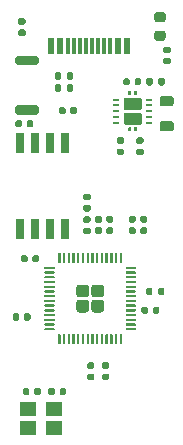
<source format=gtp>
G04 #@! TF.GenerationSoftware,KiCad,Pcbnew,(5.1.10)-1*
G04 #@! TF.CreationDate,2021-06-30T21:37:18+01:00*
G04 #@! TF.ProjectId,EnvOpenPico,456e764f-7065-46e5-9069-636f2e6b6963,REV1*
G04 #@! TF.SameCoordinates,Original*
G04 #@! TF.FileFunction,Paste,Top*
G04 #@! TF.FilePolarity,Positive*
%FSLAX46Y46*%
G04 Gerber Fmt 4.6, Leading zero omitted, Abs format (unit mm)*
G04 Created by KiCad (PCBNEW (5.1.10)-1) date 2021-06-30 21:37:18*
%MOMM*%
%LPD*%
G01*
G04 APERTURE LIST*
%ADD10R,0.650000X1.700000*%
%ADD11R,0.600000X0.240000*%
%ADD12R,0.600000X1.450000*%
%ADD13R,0.300000X1.450000*%
%ADD14R,1.400000X1.150000*%
G04 APERTURE END LIST*
G36*
G01*
X99140000Y-70455000D02*
X97540000Y-70455000D01*
G75*
G02*
X97340000Y-70255000I0J200000D01*
G01*
X97340000Y-69855000D01*
G75*
G02*
X97540000Y-69655000I200000J0D01*
G01*
X99140000Y-69655000D01*
G75*
G02*
X99340000Y-69855000I0J-200000D01*
G01*
X99340000Y-70255000D01*
G75*
G02*
X99140000Y-70455000I-200000J0D01*
G01*
G37*
G36*
G01*
X99140000Y-66255000D02*
X97540000Y-66255000D01*
G75*
G02*
X97340000Y-66055000I0J200000D01*
G01*
X97340000Y-65655000D01*
G75*
G02*
X97540000Y-65455000I200000J0D01*
G01*
X99140000Y-65455000D01*
G75*
G02*
X99340000Y-65655000I0J-200000D01*
G01*
X99340000Y-66055000D01*
G75*
G02*
X99140000Y-66255000I-200000J0D01*
G01*
G37*
G36*
G01*
X102010000Y-70285000D02*
X102010000Y-69945000D01*
G75*
G02*
X102150000Y-69805000I140000J0D01*
G01*
X102430000Y-69805000D01*
G75*
G02*
X102570000Y-69945000I0J-140000D01*
G01*
X102570000Y-70285000D01*
G75*
G02*
X102430000Y-70425000I-140000J0D01*
G01*
X102150000Y-70425000D01*
G75*
G02*
X102010000Y-70285000I0J140000D01*
G01*
G37*
G36*
G01*
X101050000Y-70285000D02*
X101050000Y-69945000D01*
G75*
G02*
X101190000Y-69805000I140000J0D01*
G01*
X101470000Y-69805000D01*
G75*
G02*
X101610000Y-69945000I0J-140000D01*
G01*
X101610000Y-70285000D01*
G75*
G02*
X101470000Y-70425000I-140000J0D01*
G01*
X101190000Y-70425000D01*
G75*
G02*
X101050000Y-70285000I0J140000D01*
G01*
G37*
D10*
X97745000Y-72825000D03*
X99015000Y-72825000D03*
X100285000Y-72825000D03*
X101555000Y-72825000D03*
X101555000Y-80125000D03*
X100285000Y-80125000D03*
X99015000Y-80125000D03*
X97745000Y-80125000D03*
G36*
G01*
X109465000Y-67860000D02*
X109465000Y-67490000D01*
G75*
G02*
X109600000Y-67355000I135000J0D01*
G01*
X109870000Y-67355000D01*
G75*
G02*
X110005000Y-67490000I0J-135000D01*
G01*
X110005000Y-67860000D01*
G75*
G02*
X109870000Y-67995000I-135000J0D01*
G01*
X109600000Y-67995000D01*
G75*
G02*
X109465000Y-67860000I0J135000D01*
G01*
G37*
G36*
G01*
X108445000Y-67860000D02*
X108445000Y-67490000D01*
G75*
G02*
X108580000Y-67355000I135000J0D01*
G01*
X108850000Y-67355000D01*
G75*
G02*
X108985000Y-67490000I0J-135000D01*
G01*
X108985000Y-67860000D01*
G75*
G02*
X108850000Y-67995000I-135000J0D01*
G01*
X108580000Y-67995000D01*
G75*
G02*
X108445000Y-67860000I0J135000D01*
G01*
G37*
G36*
G01*
X109793750Y-71000000D02*
X110556250Y-71000000D01*
G75*
G02*
X110775000Y-71218750I0J-218750D01*
G01*
X110775000Y-71656250D01*
G75*
G02*
X110556250Y-71875000I-218750J0D01*
G01*
X109793750Y-71875000D01*
G75*
G02*
X109575000Y-71656250I0J218750D01*
G01*
X109575000Y-71218750D01*
G75*
G02*
X109793750Y-71000000I218750J0D01*
G01*
G37*
G36*
G01*
X109793750Y-68875000D02*
X110556250Y-68875000D01*
G75*
G02*
X110775000Y-69093750I0J-218750D01*
G01*
X110775000Y-69531250D01*
G75*
G02*
X110556250Y-69750000I-218750J0D01*
G01*
X109793750Y-69750000D01*
G75*
G02*
X109575000Y-69531250I0J218750D01*
G01*
X109575000Y-69093750D01*
G75*
G02*
X109793750Y-68875000I218750J0D01*
G01*
G37*
G36*
G01*
X107730000Y-73325000D02*
X108070000Y-73325000D01*
G75*
G02*
X108210000Y-73465000I0J-140000D01*
G01*
X108210000Y-73745000D01*
G75*
G02*
X108070000Y-73885000I-140000J0D01*
G01*
X107730000Y-73885000D01*
G75*
G02*
X107590000Y-73745000I0J140000D01*
G01*
X107590000Y-73465000D01*
G75*
G02*
X107730000Y-73325000I140000J0D01*
G01*
G37*
G36*
G01*
X107730000Y-72365000D02*
X108070000Y-72365000D01*
G75*
G02*
X108210000Y-72505000I0J-140000D01*
G01*
X108210000Y-72785000D01*
G75*
G02*
X108070000Y-72925000I-140000J0D01*
G01*
X107730000Y-72925000D01*
G75*
G02*
X107590000Y-72785000I0J140000D01*
G01*
X107590000Y-72505000D01*
G75*
G02*
X107730000Y-72365000I140000J0D01*
G01*
G37*
D11*
X105900000Y-71175000D03*
X105900000Y-70675000D03*
X105900000Y-70175000D03*
X105900000Y-69675000D03*
X105900000Y-69175000D03*
X108700000Y-69175000D03*
X108700000Y-69675000D03*
X108700000Y-70175000D03*
X108700000Y-70675000D03*
X108700000Y-71175000D03*
G36*
G01*
X107175000Y-68500000D02*
X107175000Y-68790000D01*
G75*
G02*
X107150000Y-68815000I-25000J0D01*
G01*
X106950000Y-68815000D01*
G75*
G02*
X106925000Y-68790000I0J25000D01*
G01*
X106925000Y-68500000D01*
G75*
G02*
X106950000Y-68475000I25000J0D01*
G01*
X107150000Y-68475000D01*
G75*
G02*
X107175000Y-68500000I0J-25000D01*
G01*
G37*
G36*
G01*
X107675000Y-68500000D02*
X107675000Y-68790000D01*
G75*
G02*
X107650000Y-68815000I-25000J0D01*
G01*
X107450000Y-68815000D01*
G75*
G02*
X107425000Y-68790000I0J25000D01*
G01*
X107425000Y-68500000D01*
G75*
G02*
X107450000Y-68475000I25000J0D01*
G01*
X107650000Y-68475000D01*
G75*
G02*
X107675000Y-68500000I0J-25000D01*
G01*
G37*
G36*
G01*
X107175000Y-71560000D02*
X107175000Y-71850000D01*
G75*
G02*
X107150000Y-71875000I-25000J0D01*
G01*
X106950000Y-71875000D01*
G75*
G02*
X106925000Y-71850000I0J25000D01*
G01*
X106925000Y-71560000D01*
G75*
G02*
X106950000Y-71535000I25000J0D01*
G01*
X107150000Y-71535000D01*
G75*
G02*
X107175000Y-71560000I0J-25000D01*
G01*
G37*
G36*
G01*
X107675000Y-71560000D02*
X107675000Y-71850000D01*
G75*
G02*
X107650000Y-71875000I-25000J0D01*
G01*
X107450000Y-71875000D01*
G75*
G02*
X107425000Y-71850000I0J25000D01*
G01*
X107425000Y-71560000D01*
G75*
G02*
X107450000Y-71535000I25000J0D01*
G01*
X107650000Y-71535000D01*
G75*
G02*
X107675000Y-71560000I0J-25000D01*
G01*
G37*
G36*
G01*
X108050000Y-70381000D02*
X108050000Y-71229000D01*
G75*
G02*
X107944000Y-71335000I-106000J0D01*
G01*
X106656000Y-71335000D01*
G75*
G02*
X106550000Y-71229000I0J106000D01*
G01*
X106550000Y-70381000D01*
G75*
G02*
X106656000Y-70275000I106000J0D01*
G01*
X107944000Y-70275000D01*
G75*
G02*
X108050000Y-70381000I0J-106000D01*
G01*
G37*
G36*
G01*
X108050000Y-69121000D02*
X108050000Y-69969000D01*
G75*
G02*
X107944000Y-70075000I-106000J0D01*
G01*
X106656000Y-70075000D01*
G75*
G02*
X106550000Y-69969000I0J106000D01*
G01*
X106550000Y-69121000D01*
G75*
G02*
X106656000Y-69015000I106000J0D01*
G01*
X107944000Y-69015000D01*
G75*
G02*
X108050000Y-69121000I0J-106000D01*
G01*
G37*
G36*
G01*
X107050000Y-67505000D02*
X107050000Y-67845000D01*
G75*
G02*
X106910000Y-67985000I-140000J0D01*
G01*
X106630000Y-67985000D01*
G75*
G02*
X106490000Y-67845000I0J140000D01*
G01*
X106490000Y-67505000D01*
G75*
G02*
X106630000Y-67365000I140000J0D01*
G01*
X106910000Y-67365000D01*
G75*
G02*
X107050000Y-67505000I0J-140000D01*
G01*
G37*
G36*
G01*
X108010000Y-67505000D02*
X108010000Y-67845000D01*
G75*
G02*
X107870000Y-67985000I-140000J0D01*
G01*
X107590000Y-67985000D01*
G75*
G02*
X107450000Y-67845000I0J140000D01*
G01*
X107450000Y-67505000D01*
G75*
G02*
X107590000Y-67365000I140000J0D01*
G01*
X107870000Y-67365000D01*
G75*
G02*
X108010000Y-67505000I0J-140000D01*
G01*
G37*
G36*
G01*
X106080000Y-73325000D02*
X106420000Y-73325000D01*
G75*
G02*
X106560000Y-73465000I0J-140000D01*
G01*
X106560000Y-73745000D01*
G75*
G02*
X106420000Y-73885000I-140000J0D01*
G01*
X106080000Y-73885000D01*
G75*
G02*
X105940000Y-73745000I0J140000D01*
G01*
X105940000Y-73465000D01*
G75*
G02*
X106080000Y-73325000I140000J0D01*
G01*
G37*
G36*
G01*
X106080000Y-72365000D02*
X106420000Y-72365000D01*
G75*
G02*
X106560000Y-72505000I0J-140000D01*
G01*
X106560000Y-72785000D01*
G75*
G02*
X106420000Y-72925000I-140000J0D01*
G01*
X106080000Y-72925000D01*
G75*
G02*
X105940000Y-72785000I0J140000D01*
G01*
X105940000Y-72505000D01*
G75*
G02*
X106080000Y-72365000I140000J0D01*
G01*
G37*
G36*
G01*
X105180000Y-80000000D02*
X105520000Y-80000000D01*
G75*
G02*
X105660000Y-80140000I0J-140000D01*
G01*
X105660000Y-80420000D01*
G75*
G02*
X105520000Y-80560000I-140000J0D01*
G01*
X105180000Y-80560000D01*
G75*
G02*
X105040000Y-80420000I0J140000D01*
G01*
X105040000Y-80140000D01*
G75*
G02*
X105180000Y-80000000I140000J0D01*
G01*
G37*
G36*
G01*
X105180000Y-79040000D02*
X105520000Y-79040000D01*
G75*
G02*
X105660000Y-79180000I0J-140000D01*
G01*
X105660000Y-79460000D01*
G75*
G02*
X105520000Y-79600000I-140000J0D01*
G01*
X105180000Y-79600000D01*
G75*
G02*
X105040000Y-79460000I0J140000D01*
G01*
X105040000Y-79180000D01*
G75*
G02*
X105180000Y-79040000I140000J0D01*
G01*
G37*
G36*
G01*
X103595000Y-80585000D02*
X103255000Y-80585000D01*
G75*
G02*
X103115000Y-80445000I0J140000D01*
G01*
X103115000Y-80165000D01*
G75*
G02*
X103255000Y-80025000I140000J0D01*
G01*
X103595000Y-80025000D01*
G75*
G02*
X103735000Y-80165000I0J-140000D01*
G01*
X103735000Y-80445000D01*
G75*
G02*
X103595000Y-80585000I-140000J0D01*
G01*
G37*
G36*
G01*
X103595000Y-79625000D02*
X103255000Y-79625000D01*
G75*
G02*
X103115000Y-79485000I0J140000D01*
G01*
X103115000Y-79205000D01*
G75*
G02*
X103255000Y-79065000I140000J0D01*
G01*
X103595000Y-79065000D01*
G75*
G02*
X103735000Y-79205000I0J-140000D01*
G01*
X103735000Y-79485000D01*
G75*
G02*
X103595000Y-79625000I-140000J0D01*
G01*
G37*
G36*
G01*
X103255000Y-78095000D02*
X103595000Y-78095000D01*
G75*
G02*
X103735000Y-78235000I0J-140000D01*
G01*
X103735000Y-78515000D01*
G75*
G02*
X103595000Y-78655000I-140000J0D01*
G01*
X103255000Y-78655000D01*
G75*
G02*
X103115000Y-78515000I0J140000D01*
G01*
X103115000Y-78235000D01*
G75*
G02*
X103255000Y-78095000I140000J0D01*
G01*
G37*
G36*
G01*
X103255000Y-77135000D02*
X103595000Y-77135000D01*
G75*
G02*
X103735000Y-77275000I0J-140000D01*
G01*
X103735000Y-77555000D01*
G75*
G02*
X103595000Y-77695000I-140000J0D01*
G01*
X103255000Y-77695000D01*
G75*
G02*
X103115000Y-77555000I0J140000D01*
G01*
X103115000Y-77275000D01*
G75*
G02*
X103255000Y-77135000I140000J0D01*
G01*
G37*
G36*
G01*
X107420000Y-79595000D02*
X107080000Y-79595000D01*
G75*
G02*
X106940000Y-79455000I0J140000D01*
G01*
X106940000Y-79175000D01*
G75*
G02*
X107080000Y-79035000I140000J0D01*
G01*
X107420000Y-79035000D01*
G75*
G02*
X107560000Y-79175000I0J-140000D01*
G01*
X107560000Y-79455000D01*
G75*
G02*
X107420000Y-79595000I-140000J0D01*
G01*
G37*
G36*
G01*
X107420000Y-80555000D02*
X107080000Y-80555000D01*
G75*
G02*
X106940000Y-80415000I0J140000D01*
G01*
X106940000Y-80135000D01*
G75*
G02*
X107080000Y-79995000I140000J0D01*
G01*
X107420000Y-79995000D01*
G75*
G02*
X107560000Y-80135000I0J-140000D01*
G01*
X107560000Y-80415000D01*
G75*
G02*
X107420000Y-80555000I-140000J0D01*
G01*
G37*
G36*
G01*
X109856250Y-62635000D02*
X109343750Y-62635000D01*
G75*
G02*
X109125000Y-62416250I0J218750D01*
G01*
X109125000Y-61978750D01*
G75*
G02*
X109343750Y-61760000I218750J0D01*
G01*
X109856250Y-61760000D01*
G75*
G02*
X110075000Y-61978750I0J-218750D01*
G01*
X110075000Y-62416250D01*
G75*
G02*
X109856250Y-62635000I-218750J0D01*
G01*
G37*
G36*
G01*
X109856250Y-64210000D02*
X109343750Y-64210000D01*
G75*
G02*
X109125000Y-63991250I0J218750D01*
G01*
X109125000Y-63553750D01*
G75*
G02*
X109343750Y-63335000I218750J0D01*
G01*
X109856250Y-63335000D01*
G75*
G02*
X110075000Y-63553750I0J-218750D01*
G01*
X110075000Y-63991250D01*
G75*
G02*
X109856250Y-64210000I-218750J0D01*
G01*
G37*
D12*
X100375000Y-64620000D03*
X106825000Y-64620000D03*
X101150000Y-64620000D03*
X106050000Y-64620000D03*
D13*
X105350000Y-64620000D03*
X101850000Y-64620000D03*
X104850000Y-64620000D03*
X102350000Y-64620000D03*
X104350000Y-64620000D03*
X102850000Y-64620000D03*
X103350000Y-64620000D03*
X103850000Y-64620000D03*
G36*
G01*
X101720000Y-68390000D02*
X101720000Y-68020000D01*
G75*
G02*
X101855000Y-67885000I135000J0D01*
G01*
X102125000Y-67885000D01*
G75*
G02*
X102260000Y-68020000I0J-135000D01*
G01*
X102260000Y-68390000D01*
G75*
G02*
X102125000Y-68525000I-135000J0D01*
G01*
X101855000Y-68525000D01*
G75*
G02*
X101720000Y-68390000I0J135000D01*
G01*
G37*
G36*
G01*
X100700000Y-68390000D02*
X100700000Y-68020000D01*
G75*
G02*
X100835000Y-67885000I135000J0D01*
G01*
X101105000Y-67885000D01*
G75*
G02*
X101240000Y-68020000I0J-135000D01*
G01*
X101240000Y-68390000D01*
G75*
G02*
X101105000Y-68525000I-135000J0D01*
G01*
X100835000Y-68525000D01*
G75*
G02*
X100700000Y-68390000I0J135000D01*
G01*
G37*
G36*
G01*
X101720000Y-67350000D02*
X101720000Y-66980000D01*
G75*
G02*
X101855000Y-66845000I135000J0D01*
G01*
X102125000Y-66845000D01*
G75*
G02*
X102260000Y-66980000I0J-135000D01*
G01*
X102260000Y-67350000D01*
G75*
G02*
X102125000Y-67485000I-135000J0D01*
G01*
X101855000Y-67485000D01*
G75*
G02*
X101720000Y-67350000I0J135000D01*
G01*
G37*
G36*
G01*
X100700000Y-67350000D02*
X100700000Y-66980000D01*
G75*
G02*
X100835000Y-66845000I135000J0D01*
G01*
X101105000Y-66845000D01*
G75*
G02*
X101240000Y-66980000I0J-135000D01*
G01*
X101240000Y-67350000D01*
G75*
G02*
X101105000Y-67485000I-135000J0D01*
G01*
X100835000Y-67485000D01*
G75*
G02*
X100700000Y-67350000I0J135000D01*
G01*
G37*
D14*
X98425000Y-95350000D03*
X100625000Y-95350000D03*
X100625000Y-96950000D03*
X98425000Y-96950000D03*
G36*
G01*
X97690000Y-87415000D02*
X97690000Y-87755000D01*
G75*
G02*
X97550000Y-87895000I-140000J0D01*
G01*
X97270000Y-87895000D01*
G75*
G02*
X97130000Y-87755000I0J140000D01*
G01*
X97130000Y-87415000D01*
G75*
G02*
X97270000Y-87275000I140000J0D01*
G01*
X97550000Y-87275000D01*
G75*
G02*
X97690000Y-87415000I0J-140000D01*
G01*
G37*
G36*
G01*
X98650000Y-87415000D02*
X98650000Y-87755000D01*
G75*
G02*
X98510000Y-87895000I-140000J0D01*
G01*
X98230000Y-87895000D01*
G75*
G02*
X98090000Y-87755000I0J140000D01*
G01*
X98090000Y-87415000D01*
G75*
G02*
X98230000Y-87275000I140000J0D01*
G01*
X98510000Y-87275000D01*
G75*
G02*
X98650000Y-87415000I0J-140000D01*
G01*
G37*
G36*
G01*
X98950000Y-94070000D02*
X98950000Y-93730000D01*
G75*
G02*
X99090000Y-93590000I140000J0D01*
G01*
X99370000Y-93590000D01*
G75*
G02*
X99510000Y-93730000I0J-140000D01*
G01*
X99510000Y-94070000D01*
G75*
G02*
X99370000Y-94210000I-140000J0D01*
G01*
X99090000Y-94210000D01*
G75*
G02*
X98950000Y-94070000I0J140000D01*
G01*
G37*
G36*
G01*
X97990000Y-94070000D02*
X97990000Y-93730000D01*
G75*
G02*
X98130000Y-93590000I140000J0D01*
G01*
X98410000Y-93590000D01*
G75*
G02*
X98550000Y-93730000I0J-140000D01*
G01*
X98550000Y-94070000D01*
G75*
G02*
X98410000Y-94210000I-140000J0D01*
G01*
X98130000Y-94210000D01*
G75*
G02*
X97990000Y-94070000I0J140000D01*
G01*
G37*
G36*
G01*
X108403000Y-79597000D02*
X108063000Y-79597000D01*
G75*
G02*
X107923000Y-79457000I0J140000D01*
G01*
X107923000Y-79177000D01*
G75*
G02*
X108063000Y-79037000I140000J0D01*
G01*
X108403000Y-79037000D01*
G75*
G02*
X108543000Y-79177000I0J-140000D01*
G01*
X108543000Y-79457000D01*
G75*
G02*
X108403000Y-79597000I-140000J0D01*
G01*
G37*
G36*
G01*
X108403000Y-80557000D02*
X108063000Y-80557000D01*
G75*
G02*
X107923000Y-80417000I0J140000D01*
G01*
X107923000Y-80137000D01*
G75*
G02*
X108063000Y-79997000I140000J0D01*
G01*
X108403000Y-79997000D01*
G75*
G02*
X108543000Y-80137000I0J-140000D01*
G01*
X108543000Y-80417000D01*
G75*
G02*
X108403000Y-80557000I-140000J0D01*
G01*
G37*
G36*
G01*
X103580000Y-92375000D02*
X103920000Y-92375000D01*
G75*
G02*
X104060000Y-92515000I0J-140000D01*
G01*
X104060000Y-92795000D01*
G75*
G02*
X103920000Y-92935000I-140000J0D01*
G01*
X103580000Y-92935000D01*
G75*
G02*
X103440000Y-92795000I0J140000D01*
G01*
X103440000Y-92515000D01*
G75*
G02*
X103580000Y-92375000I140000J0D01*
G01*
G37*
G36*
G01*
X103580000Y-91415000D02*
X103920000Y-91415000D01*
G75*
G02*
X104060000Y-91555000I0J-140000D01*
G01*
X104060000Y-91835000D01*
G75*
G02*
X103920000Y-91975000I-140000J0D01*
G01*
X103580000Y-91975000D01*
G75*
G02*
X103440000Y-91835000I0J140000D01*
G01*
X103440000Y-91555000D01*
G75*
G02*
X103580000Y-91415000I140000J0D01*
G01*
G37*
G36*
G01*
X109000000Y-87195000D02*
X109000000Y-86855000D01*
G75*
G02*
X109140000Y-86715000I140000J0D01*
G01*
X109420000Y-86715000D01*
G75*
G02*
X109560000Y-86855000I0J-140000D01*
G01*
X109560000Y-87195000D01*
G75*
G02*
X109420000Y-87335000I-140000J0D01*
G01*
X109140000Y-87335000D01*
G75*
G02*
X109000000Y-87195000I0J140000D01*
G01*
G37*
G36*
G01*
X108040000Y-87195000D02*
X108040000Y-86855000D01*
G75*
G02*
X108180000Y-86715000I140000J0D01*
G01*
X108460000Y-86715000D01*
G75*
G02*
X108600000Y-86855000I0J-140000D01*
G01*
X108600000Y-87195000D01*
G75*
G02*
X108460000Y-87335000I-140000J0D01*
G01*
X108180000Y-87335000D01*
G75*
G02*
X108040000Y-87195000I0J140000D01*
G01*
G37*
G36*
G01*
X104230000Y-80000000D02*
X104570000Y-80000000D01*
G75*
G02*
X104710000Y-80140000I0J-140000D01*
G01*
X104710000Y-80420000D01*
G75*
G02*
X104570000Y-80560000I-140000J0D01*
G01*
X104230000Y-80560000D01*
G75*
G02*
X104090000Y-80420000I0J140000D01*
G01*
X104090000Y-80140000D01*
G75*
G02*
X104230000Y-80000000I140000J0D01*
G01*
G37*
G36*
G01*
X104230000Y-79040000D02*
X104570000Y-79040000D01*
G75*
G02*
X104710000Y-79180000I0J-140000D01*
G01*
X104710000Y-79460000D01*
G75*
G02*
X104570000Y-79600000I-140000J0D01*
G01*
X104230000Y-79600000D01*
G75*
G02*
X104090000Y-79460000I0J140000D01*
G01*
X104090000Y-79180000D01*
G75*
G02*
X104230000Y-79040000I140000J0D01*
G01*
G37*
G36*
G01*
X97920000Y-71060000D02*
X97920000Y-71400000D01*
G75*
G02*
X97780000Y-71540000I-140000J0D01*
G01*
X97500000Y-71540000D01*
G75*
G02*
X97360000Y-71400000I0J140000D01*
G01*
X97360000Y-71060000D01*
G75*
G02*
X97500000Y-70920000I140000J0D01*
G01*
X97780000Y-70920000D01*
G75*
G02*
X97920000Y-71060000I0J-140000D01*
G01*
G37*
G36*
G01*
X98880000Y-71060000D02*
X98880000Y-71400000D01*
G75*
G02*
X98740000Y-71540000I-140000J0D01*
G01*
X98460000Y-71540000D01*
G75*
G02*
X98320000Y-71400000I0J140000D01*
G01*
X98320000Y-71060000D01*
G75*
G02*
X98460000Y-70920000I140000J0D01*
G01*
X98740000Y-70920000D01*
G75*
G02*
X98880000Y-71060000I0J-140000D01*
G01*
G37*
G36*
G01*
X98400000Y-82480000D02*
X98400000Y-82820000D01*
G75*
G02*
X98260000Y-82960000I-140000J0D01*
G01*
X97980000Y-82960000D01*
G75*
G02*
X97840000Y-82820000I0J140000D01*
G01*
X97840000Y-82480000D01*
G75*
G02*
X97980000Y-82340000I140000J0D01*
G01*
X98260000Y-82340000D01*
G75*
G02*
X98400000Y-82480000I0J-140000D01*
G01*
G37*
G36*
G01*
X99360000Y-82480000D02*
X99360000Y-82820000D01*
G75*
G02*
X99220000Y-82960000I-140000J0D01*
G01*
X98940000Y-82960000D01*
G75*
G02*
X98800000Y-82820000I0J140000D01*
G01*
X98800000Y-82480000D01*
G75*
G02*
X98940000Y-82340000I140000J0D01*
G01*
X99220000Y-82340000D01*
G75*
G02*
X99360000Y-82480000I0J-140000D01*
G01*
G37*
G36*
G01*
X104830000Y-92375000D02*
X105170000Y-92375000D01*
G75*
G02*
X105310000Y-92515000I0J-140000D01*
G01*
X105310000Y-92795000D01*
G75*
G02*
X105170000Y-92935000I-140000J0D01*
G01*
X104830000Y-92935000D01*
G75*
G02*
X104690000Y-92795000I0J140000D01*
G01*
X104690000Y-92515000D01*
G75*
G02*
X104830000Y-92375000I140000J0D01*
G01*
G37*
G36*
G01*
X104830000Y-91415000D02*
X105170000Y-91415000D01*
G75*
G02*
X105310000Y-91555000I0J-140000D01*
G01*
X105310000Y-91835000D01*
G75*
G02*
X105170000Y-91975000I-140000J0D01*
G01*
X104830000Y-91975000D01*
G75*
G02*
X104690000Y-91835000I0J140000D01*
G01*
X104690000Y-91555000D01*
G75*
G02*
X104830000Y-91415000I140000J0D01*
G01*
G37*
G36*
G01*
X100700000Y-93730000D02*
X100700000Y-94070000D01*
G75*
G02*
X100560000Y-94210000I-140000J0D01*
G01*
X100280000Y-94210000D01*
G75*
G02*
X100140000Y-94070000I0J140000D01*
G01*
X100140000Y-93730000D01*
G75*
G02*
X100280000Y-93590000I140000J0D01*
G01*
X100560000Y-93590000D01*
G75*
G02*
X100700000Y-93730000I0J-140000D01*
G01*
G37*
G36*
G01*
X101660000Y-93730000D02*
X101660000Y-94070000D01*
G75*
G02*
X101520000Y-94210000I-140000J0D01*
G01*
X101240000Y-94210000D01*
G75*
G02*
X101100000Y-94070000I0J140000D01*
G01*
X101100000Y-93730000D01*
G75*
G02*
X101240000Y-93590000I140000J0D01*
G01*
X101520000Y-93590000D01*
G75*
G02*
X101660000Y-93730000I0J-140000D01*
G01*
G37*
G36*
G01*
X110370000Y-65245000D02*
X110030000Y-65245000D01*
G75*
G02*
X109890000Y-65105000I0J140000D01*
G01*
X109890000Y-64825000D01*
G75*
G02*
X110030000Y-64685000I140000J0D01*
G01*
X110370000Y-64685000D01*
G75*
G02*
X110510000Y-64825000I0J-140000D01*
G01*
X110510000Y-65105000D01*
G75*
G02*
X110370000Y-65245000I-140000J0D01*
G01*
G37*
G36*
G01*
X110370000Y-66205000D02*
X110030000Y-66205000D01*
G75*
G02*
X109890000Y-66065000I0J140000D01*
G01*
X109890000Y-65785000D01*
G75*
G02*
X110030000Y-65645000I140000J0D01*
G01*
X110370000Y-65645000D01*
G75*
G02*
X110510000Y-65785000I0J-140000D01*
G01*
X110510000Y-66065000D01*
G75*
G02*
X110370000Y-66205000I-140000J0D01*
G01*
G37*
G36*
G01*
X108960000Y-85240000D02*
X108960000Y-85610000D01*
G75*
G02*
X108825000Y-85745000I-135000J0D01*
G01*
X108555000Y-85745000D01*
G75*
G02*
X108420000Y-85610000I0J135000D01*
G01*
X108420000Y-85240000D01*
G75*
G02*
X108555000Y-85105000I135000J0D01*
G01*
X108825000Y-85105000D01*
G75*
G02*
X108960000Y-85240000I0J-135000D01*
G01*
G37*
G36*
G01*
X109980000Y-85240000D02*
X109980000Y-85610000D01*
G75*
G02*
X109845000Y-85745000I-135000J0D01*
G01*
X109575000Y-85745000D01*
G75*
G02*
X109440000Y-85610000I0J135000D01*
G01*
X109440000Y-85240000D01*
G75*
G02*
X109575000Y-85105000I135000J0D01*
G01*
X109845000Y-85105000D01*
G75*
G02*
X109980000Y-85240000I0J-135000D01*
G01*
G37*
G36*
G01*
X97727500Y-63240000D02*
X98072500Y-63240000D01*
G75*
G02*
X98220000Y-63387500I0J-147500D01*
G01*
X98220000Y-63682500D01*
G75*
G02*
X98072500Y-63830000I-147500J0D01*
G01*
X97727500Y-63830000D01*
G75*
G02*
X97580000Y-63682500I0J147500D01*
G01*
X97580000Y-63387500D01*
G75*
G02*
X97727500Y-63240000I147500J0D01*
G01*
G37*
G36*
G01*
X97727500Y-62270000D02*
X98072500Y-62270000D01*
G75*
G02*
X98220000Y-62417500I0J-147500D01*
G01*
X98220000Y-62712500D01*
G75*
G02*
X98072500Y-62860000I-147500J0D01*
G01*
X97727500Y-62860000D01*
G75*
G02*
X97580000Y-62712500I0J147500D01*
G01*
X97580000Y-62417500D01*
G75*
G02*
X97727500Y-62270000I147500J0D01*
G01*
G37*
G36*
G01*
X100990000Y-82975000D02*
X100990000Y-82200000D01*
G75*
G02*
X101040000Y-82150000I50000J0D01*
G01*
X101140000Y-82150000D01*
G75*
G02*
X101190000Y-82200000I0J-50000D01*
G01*
X101190000Y-82975000D01*
G75*
G02*
X101140000Y-83025000I-50000J0D01*
G01*
X101040000Y-83025000D01*
G75*
G02*
X100990000Y-82975000I0J50000D01*
G01*
G37*
G36*
G01*
X101390000Y-82975000D02*
X101390000Y-82200000D01*
G75*
G02*
X101440000Y-82150000I50000J0D01*
G01*
X101540000Y-82150000D01*
G75*
G02*
X101590000Y-82200000I0J-50000D01*
G01*
X101590000Y-82975000D01*
G75*
G02*
X101540000Y-83025000I-50000J0D01*
G01*
X101440000Y-83025000D01*
G75*
G02*
X101390000Y-82975000I0J50000D01*
G01*
G37*
G36*
G01*
X101790000Y-82975000D02*
X101790000Y-82200000D01*
G75*
G02*
X101840000Y-82150000I50000J0D01*
G01*
X101940000Y-82150000D01*
G75*
G02*
X101990000Y-82200000I0J-50000D01*
G01*
X101990000Y-82975000D01*
G75*
G02*
X101940000Y-83025000I-50000J0D01*
G01*
X101840000Y-83025000D01*
G75*
G02*
X101790000Y-82975000I0J50000D01*
G01*
G37*
G36*
G01*
X102190000Y-82975000D02*
X102190000Y-82200000D01*
G75*
G02*
X102240000Y-82150000I50000J0D01*
G01*
X102340000Y-82150000D01*
G75*
G02*
X102390000Y-82200000I0J-50000D01*
G01*
X102390000Y-82975000D01*
G75*
G02*
X102340000Y-83025000I-50000J0D01*
G01*
X102240000Y-83025000D01*
G75*
G02*
X102190000Y-82975000I0J50000D01*
G01*
G37*
G36*
G01*
X102590000Y-82975000D02*
X102590000Y-82200000D01*
G75*
G02*
X102640000Y-82150000I50000J0D01*
G01*
X102740000Y-82150000D01*
G75*
G02*
X102790000Y-82200000I0J-50000D01*
G01*
X102790000Y-82975000D01*
G75*
G02*
X102740000Y-83025000I-50000J0D01*
G01*
X102640000Y-83025000D01*
G75*
G02*
X102590000Y-82975000I0J50000D01*
G01*
G37*
G36*
G01*
X102990000Y-82975000D02*
X102990000Y-82200000D01*
G75*
G02*
X103040000Y-82150000I50000J0D01*
G01*
X103140000Y-82150000D01*
G75*
G02*
X103190000Y-82200000I0J-50000D01*
G01*
X103190000Y-82975000D01*
G75*
G02*
X103140000Y-83025000I-50000J0D01*
G01*
X103040000Y-83025000D01*
G75*
G02*
X102990000Y-82975000I0J50000D01*
G01*
G37*
G36*
G01*
X103390000Y-82975000D02*
X103390000Y-82200000D01*
G75*
G02*
X103440000Y-82150000I50000J0D01*
G01*
X103540000Y-82150000D01*
G75*
G02*
X103590000Y-82200000I0J-50000D01*
G01*
X103590000Y-82975000D01*
G75*
G02*
X103540000Y-83025000I-50000J0D01*
G01*
X103440000Y-83025000D01*
G75*
G02*
X103390000Y-82975000I0J50000D01*
G01*
G37*
G36*
G01*
X103790000Y-82975000D02*
X103790000Y-82200000D01*
G75*
G02*
X103840000Y-82150000I50000J0D01*
G01*
X103940000Y-82150000D01*
G75*
G02*
X103990000Y-82200000I0J-50000D01*
G01*
X103990000Y-82975000D01*
G75*
G02*
X103940000Y-83025000I-50000J0D01*
G01*
X103840000Y-83025000D01*
G75*
G02*
X103790000Y-82975000I0J50000D01*
G01*
G37*
G36*
G01*
X104190000Y-82975000D02*
X104190000Y-82200000D01*
G75*
G02*
X104240000Y-82150000I50000J0D01*
G01*
X104340000Y-82150000D01*
G75*
G02*
X104390000Y-82200000I0J-50000D01*
G01*
X104390000Y-82975000D01*
G75*
G02*
X104340000Y-83025000I-50000J0D01*
G01*
X104240000Y-83025000D01*
G75*
G02*
X104190000Y-82975000I0J50000D01*
G01*
G37*
G36*
G01*
X104590000Y-82975000D02*
X104590000Y-82200000D01*
G75*
G02*
X104640000Y-82150000I50000J0D01*
G01*
X104740000Y-82150000D01*
G75*
G02*
X104790000Y-82200000I0J-50000D01*
G01*
X104790000Y-82975000D01*
G75*
G02*
X104740000Y-83025000I-50000J0D01*
G01*
X104640000Y-83025000D01*
G75*
G02*
X104590000Y-82975000I0J50000D01*
G01*
G37*
G36*
G01*
X104990000Y-82975000D02*
X104990000Y-82200000D01*
G75*
G02*
X105040000Y-82150000I50000J0D01*
G01*
X105140000Y-82150000D01*
G75*
G02*
X105190000Y-82200000I0J-50000D01*
G01*
X105190000Y-82975000D01*
G75*
G02*
X105140000Y-83025000I-50000J0D01*
G01*
X105040000Y-83025000D01*
G75*
G02*
X104990000Y-82975000I0J50000D01*
G01*
G37*
G36*
G01*
X105390000Y-82975000D02*
X105390000Y-82200000D01*
G75*
G02*
X105440000Y-82150000I50000J0D01*
G01*
X105540000Y-82150000D01*
G75*
G02*
X105590000Y-82200000I0J-50000D01*
G01*
X105590000Y-82975000D01*
G75*
G02*
X105540000Y-83025000I-50000J0D01*
G01*
X105440000Y-83025000D01*
G75*
G02*
X105390000Y-82975000I0J50000D01*
G01*
G37*
G36*
G01*
X105790000Y-82975000D02*
X105790000Y-82200000D01*
G75*
G02*
X105840000Y-82150000I50000J0D01*
G01*
X105940000Y-82150000D01*
G75*
G02*
X105990000Y-82200000I0J-50000D01*
G01*
X105990000Y-82975000D01*
G75*
G02*
X105940000Y-83025000I-50000J0D01*
G01*
X105840000Y-83025000D01*
G75*
G02*
X105790000Y-82975000I0J50000D01*
G01*
G37*
G36*
G01*
X106190000Y-82975000D02*
X106190000Y-82200000D01*
G75*
G02*
X106240000Y-82150000I50000J0D01*
G01*
X106340000Y-82150000D01*
G75*
G02*
X106390000Y-82200000I0J-50000D01*
G01*
X106390000Y-82975000D01*
G75*
G02*
X106340000Y-83025000I-50000J0D01*
G01*
X106240000Y-83025000D01*
G75*
G02*
X106190000Y-82975000I0J50000D01*
G01*
G37*
G36*
G01*
X106690000Y-83475000D02*
X106690000Y-83375000D01*
G75*
G02*
X106740000Y-83325000I50000J0D01*
G01*
X107515000Y-83325000D01*
G75*
G02*
X107565000Y-83375000I0J-50000D01*
G01*
X107565000Y-83475000D01*
G75*
G02*
X107515000Y-83525000I-50000J0D01*
G01*
X106740000Y-83525000D01*
G75*
G02*
X106690000Y-83475000I0J50000D01*
G01*
G37*
G36*
G01*
X106690000Y-83875000D02*
X106690000Y-83775000D01*
G75*
G02*
X106740000Y-83725000I50000J0D01*
G01*
X107515000Y-83725000D01*
G75*
G02*
X107565000Y-83775000I0J-50000D01*
G01*
X107565000Y-83875000D01*
G75*
G02*
X107515000Y-83925000I-50000J0D01*
G01*
X106740000Y-83925000D01*
G75*
G02*
X106690000Y-83875000I0J50000D01*
G01*
G37*
G36*
G01*
X106690000Y-84275000D02*
X106690000Y-84175000D01*
G75*
G02*
X106740000Y-84125000I50000J0D01*
G01*
X107515000Y-84125000D01*
G75*
G02*
X107565000Y-84175000I0J-50000D01*
G01*
X107565000Y-84275000D01*
G75*
G02*
X107515000Y-84325000I-50000J0D01*
G01*
X106740000Y-84325000D01*
G75*
G02*
X106690000Y-84275000I0J50000D01*
G01*
G37*
G36*
G01*
X106690000Y-84675000D02*
X106690000Y-84575000D01*
G75*
G02*
X106740000Y-84525000I50000J0D01*
G01*
X107515000Y-84525000D01*
G75*
G02*
X107565000Y-84575000I0J-50000D01*
G01*
X107565000Y-84675000D01*
G75*
G02*
X107515000Y-84725000I-50000J0D01*
G01*
X106740000Y-84725000D01*
G75*
G02*
X106690000Y-84675000I0J50000D01*
G01*
G37*
G36*
G01*
X106690000Y-85075000D02*
X106690000Y-84975000D01*
G75*
G02*
X106740000Y-84925000I50000J0D01*
G01*
X107515000Y-84925000D01*
G75*
G02*
X107565000Y-84975000I0J-50000D01*
G01*
X107565000Y-85075000D01*
G75*
G02*
X107515000Y-85125000I-50000J0D01*
G01*
X106740000Y-85125000D01*
G75*
G02*
X106690000Y-85075000I0J50000D01*
G01*
G37*
G36*
G01*
X106690000Y-85475000D02*
X106690000Y-85375000D01*
G75*
G02*
X106740000Y-85325000I50000J0D01*
G01*
X107515000Y-85325000D01*
G75*
G02*
X107565000Y-85375000I0J-50000D01*
G01*
X107565000Y-85475000D01*
G75*
G02*
X107515000Y-85525000I-50000J0D01*
G01*
X106740000Y-85525000D01*
G75*
G02*
X106690000Y-85475000I0J50000D01*
G01*
G37*
G36*
G01*
X106690000Y-85875000D02*
X106690000Y-85775000D01*
G75*
G02*
X106740000Y-85725000I50000J0D01*
G01*
X107515000Y-85725000D01*
G75*
G02*
X107565000Y-85775000I0J-50000D01*
G01*
X107565000Y-85875000D01*
G75*
G02*
X107515000Y-85925000I-50000J0D01*
G01*
X106740000Y-85925000D01*
G75*
G02*
X106690000Y-85875000I0J50000D01*
G01*
G37*
G36*
G01*
X106690000Y-86275000D02*
X106690000Y-86175000D01*
G75*
G02*
X106740000Y-86125000I50000J0D01*
G01*
X107515000Y-86125000D01*
G75*
G02*
X107565000Y-86175000I0J-50000D01*
G01*
X107565000Y-86275000D01*
G75*
G02*
X107515000Y-86325000I-50000J0D01*
G01*
X106740000Y-86325000D01*
G75*
G02*
X106690000Y-86275000I0J50000D01*
G01*
G37*
G36*
G01*
X106690000Y-86675000D02*
X106690000Y-86575000D01*
G75*
G02*
X106740000Y-86525000I50000J0D01*
G01*
X107515000Y-86525000D01*
G75*
G02*
X107565000Y-86575000I0J-50000D01*
G01*
X107565000Y-86675000D01*
G75*
G02*
X107515000Y-86725000I-50000J0D01*
G01*
X106740000Y-86725000D01*
G75*
G02*
X106690000Y-86675000I0J50000D01*
G01*
G37*
G36*
G01*
X106690000Y-87075000D02*
X106690000Y-86975000D01*
G75*
G02*
X106740000Y-86925000I50000J0D01*
G01*
X107515000Y-86925000D01*
G75*
G02*
X107565000Y-86975000I0J-50000D01*
G01*
X107565000Y-87075000D01*
G75*
G02*
X107515000Y-87125000I-50000J0D01*
G01*
X106740000Y-87125000D01*
G75*
G02*
X106690000Y-87075000I0J50000D01*
G01*
G37*
G36*
G01*
X106690000Y-87475000D02*
X106690000Y-87375000D01*
G75*
G02*
X106740000Y-87325000I50000J0D01*
G01*
X107515000Y-87325000D01*
G75*
G02*
X107565000Y-87375000I0J-50000D01*
G01*
X107565000Y-87475000D01*
G75*
G02*
X107515000Y-87525000I-50000J0D01*
G01*
X106740000Y-87525000D01*
G75*
G02*
X106690000Y-87475000I0J50000D01*
G01*
G37*
G36*
G01*
X106690000Y-87875000D02*
X106690000Y-87775000D01*
G75*
G02*
X106740000Y-87725000I50000J0D01*
G01*
X107515000Y-87725000D01*
G75*
G02*
X107565000Y-87775000I0J-50000D01*
G01*
X107565000Y-87875000D01*
G75*
G02*
X107515000Y-87925000I-50000J0D01*
G01*
X106740000Y-87925000D01*
G75*
G02*
X106690000Y-87875000I0J50000D01*
G01*
G37*
G36*
G01*
X106690000Y-88275000D02*
X106690000Y-88175000D01*
G75*
G02*
X106740000Y-88125000I50000J0D01*
G01*
X107515000Y-88125000D01*
G75*
G02*
X107565000Y-88175000I0J-50000D01*
G01*
X107565000Y-88275000D01*
G75*
G02*
X107515000Y-88325000I-50000J0D01*
G01*
X106740000Y-88325000D01*
G75*
G02*
X106690000Y-88275000I0J50000D01*
G01*
G37*
G36*
G01*
X106690000Y-88675000D02*
X106690000Y-88575000D01*
G75*
G02*
X106740000Y-88525000I50000J0D01*
G01*
X107515000Y-88525000D01*
G75*
G02*
X107565000Y-88575000I0J-50000D01*
G01*
X107565000Y-88675000D01*
G75*
G02*
X107515000Y-88725000I-50000J0D01*
G01*
X106740000Y-88725000D01*
G75*
G02*
X106690000Y-88675000I0J50000D01*
G01*
G37*
G36*
G01*
X106190000Y-89850000D02*
X106190000Y-89075000D01*
G75*
G02*
X106240000Y-89025000I50000J0D01*
G01*
X106340000Y-89025000D01*
G75*
G02*
X106390000Y-89075000I0J-50000D01*
G01*
X106390000Y-89850000D01*
G75*
G02*
X106340000Y-89900000I-50000J0D01*
G01*
X106240000Y-89900000D01*
G75*
G02*
X106190000Y-89850000I0J50000D01*
G01*
G37*
G36*
G01*
X105790000Y-89850000D02*
X105790000Y-89075000D01*
G75*
G02*
X105840000Y-89025000I50000J0D01*
G01*
X105940000Y-89025000D01*
G75*
G02*
X105990000Y-89075000I0J-50000D01*
G01*
X105990000Y-89850000D01*
G75*
G02*
X105940000Y-89900000I-50000J0D01*
G01*
X105840000Y-89900000D01*
G75*
G02*
X105790000Y-89850000I0J50000D01*
G01*
G37*
G36*
G01*
X105390000Y-89850000D02*
X105390000Y-89075000D01*
G75*
G02*
X105440000Y-89025000I50000J0D01*
G01*
X105540000Y-89025000D01*
G75*
G02*
X105590000Y-89075000I0J-50000D01*
G01*
X105590000Y-89850000D01*
G75*
G02*
X105540000Y-89900000I-50000J0D01*
G01*
X105440000Y-89900000D01*
G75*
G02*
X105390000Y-89850000I0J50000D01*
G01*
G37*
G36*
G01*
X104990000Y-89850000D02*
X104990000Y-89075000D01*
G75*
G02*
X105040000Y-89025000I50000J0D01*
G01*
X105140000Y-89025000D01*
G75*
G02*
X105190000Y-89075000I0J-50000D01*
G01*
X105190000Y-89850000D01*
G75*
G02*
X105140000Y-89900000I-50000J0D01*
G01*
X105040000Y-89900000D01*
G75*
G02*
X104990000Y-89850000I0J50000D01*
G01*
G37*
G36*
G01*
X104590000Y-89850000D02*
X104590000Y-89075000D01*
G75*
G02*
X104640000Y-89025000I50000J0D01*
G01*
X104740000Y-89025000D01*
G75*
G02*
X104790000Y-89075000I0J-50000D01*
G01*
X104790000Y-89850000D01*
G75*
G02*
X104740000Y-89900000I-50000J0D01*
G01*
X104640000Y-89900000D01*
G75*
G02*
X104590000Y-89850000I0J50000D01*
G01*
G37*
G36*
G01*
X104190000Y-89850000D02*
X104190000Y-89075000D01*
G75*
G02*
X104240000Y-89025000I50000J0D01*
G01*
X104340000Y-89025000D01*
G75*
G02*
X104390000Y-89075000I0J-50000D01*
G01*
X104390000Y-89850000D01*
G75*
G02*
X104340000Y-89900000I-50000J0D01*
G01*
X104240000Y-89900000D01*
G75*
G02*
X104190000Y-89850000I0J50000D01*
G01*
G37*
G36*
G01*
X103790000Y-89850000D02*
X103790000Y-89075000D01*
G75*
G02*
X103840000Y-89025000I50000J0D01*
G01*
X103940000Y-89025000D01*
G75*
G02*
X103990000Y-89075000I0J-50000D01*
G01*
X103990000Y-89850000D01*
G75*
G02*
X103940000Y-89900000I-50000J0D01*
G01*
X103840000Y-89900000D01*
G75*
G02*
X103790000Y-89850000I0J50000D01*
G01*
G37*
G36*
G01*
X103390000Y-89850000D02*
X103390000Y-89075000D01*
G75*
G02*
X103440000Y-89025000I50000J0D01*
G01*
X103540000Y-89025000D01*
G75*
G02*
X103590000Y-89075000I0J-50000D01*
G01*
X103590000Y-89850000D01*
G75*
G02*
X103540000Y-89900000I-50000J0D01*
G01*
X103440000Y-89900000D01*
G75*
G02*
X103390000Y-89850000I0J50000D01*
G01*
G37*
G36*
G01*
X102990000Y-89850000D02*
X102990000Y-89075000D01*
G75*
G02*
X103040000Y-89025000I50000J0D01*
G01*
X103140000Y-89025000D01*
G75*
G02*
X103190000Y-89075000I0J-50000D01*
G01*
X103190000Y-89850000D01*
G75*
G02*
X103140000Y-89900000I-50000J0D01*
G01*
X103040000Y-89900000D01*
G75*
G02*
X102990000Y-89850000I0J50000D01*
G01*
G37*
G36*
G01*
X102590000Y-89850000D02*
X102590000Y-89075000D01*
G75*
G02*
X102640000Y-89025000I50000J0D01*
G01*
X102740000Y-89025000D01*
G75*
G02*
X102790000Y-89075000I0J-50000D01*
G01*
X102790000Y-89850000D01*
G75*
G02*
X102740000Y-89900000I-50000J0D01*
G01*
X102640000Y-89900000D01*
G75*
G02*
X102590000Y-89850000I0J50000D01*
G01*
G37*
G36*
G01*
X102190000Y-89850000D02*
X102190000Y-89075000D01*
G75*
G02*
X102240000Y-89025000I50000J0D01*
G01*
X102340000Y-89025000D01*
G75*
G02*
X102390000Y-89075000I0J-50000D01*
G01*
X102390000Y-89850000D01*
G75*
G02*
X102340000Y-89900000I-50000J0D01*
G01*
X102240000Y-89900000D01*
G75*
G02*
X102190000Y-89850000I0J50000D01*
G01*
G37*
G36*
G01*
X101790000Y-89850000D02*
X101790000Y-89075000D01*
G75*
G02*
X101840000Y-89025000I50000J0D01*
G01*
X101940000Y-89025000D01*
G75*
G02*
X101990000Y-89075000I0J-50000D01*
G01*
X101990000Y-89850000D01*
G75*
G02*
X101940000Y-89900000I-50000J0D01*
G01*
X101840000Y-89900000D01*
G75*
G02*
X101790000Y-89850000I0J50000D01*
G01*
G37*
G36*
G01*
X101390000Y-89850000D02*
X101390000Y-89075000D01*
G75*
G02*
X101440000Y-89025000I50000J0D01*
G01*
X101540000Y-89025000D01*
G75*
G02*
X101590000Y-89075000I0J-50000D01*
G01*
X101590000Y-89850000D01*
G75*
G02*
X101540000Y-89900000I-50000J0D01*
G01*
X101440000Y-89900000D01*
G75*
G02*
X101390000Y-89850000I0J50000D01*
G01*
G37*
G36*
G01*
X100990000Y-89850000D02*
X100990000Y-89075000D01*
G75*
G02*
X101040000Y-89025000I50000J0D01*
G01*
X101140000Y-89025000D01*
G75*
G02*
X101190000Y-89075000I0J-50000D01*
G01*
X101190000Y-89850000D01*
G75*
G02*
X101140000Y-89900000I-50000J0D01*
G01*
X101040000Y-89900000D01*
G75*
G02*
X100990000Y-89850000I0J50000D01*
G01*
G37*
G36*
G01*
X99815000Y-88675000D02*
X99815000Y-88575000D01*
G75*
G02*
X99865000Y-88525000I50000J0D01*
G01*
X100640000Y-88525000D01*
G75*
G02*
X100690000Y-88575000I0J-50000D01*
G01*
X100690000Y-88675000D01*
G75*
G02*
X100640000Y-88725000I-50000J0D01*
G01*
X99865000Y-88725000D01*
G75*
G02*
X99815000Y-88675000I0J50000D01*
G01*
G37*
G36*
G01*
X99815000Y-88275000D02*
X99815000Y-88175000D01*
G75*
G02*
X99865000Y-88125000I50000J0D01*
G01*
X100640000Y-88125000D01*
G75*
G02*
X100690000Y-88175000I0J-50000D01*
G01*
X100690000Y-88275000D01*
G75*
G02*
X100640000Y-88325000I-50000J0D01*
G01*
X99865000Y-88325000D01*
G75*
G02*
X99815000Y-88275000I0J50000D01*
G01*
G37*
G36*
G01*
X99815000Y-87875000D02*
X99815000Y-87775000D01*
G75*
G02*
X99865000Y-87725000I50000J0D01*
G01*
X100640000Y-87725000D01*
G75*
G02*
X100690000Y-87775000I0J-50000D01*
G01*
X100690000Y-87875000D01*
G75*
G02*
X100640000Y-87925000I-50000J0D01*
G01*
X99865000Y-87925000D01*
G75*
G02*
X99815000Y-87875000I0J50000D01*
G01*
G37*
G36*
G01*
X99815000Y-87475000D02*
X99815000Y-87375000D01*
G75*
G02*
X99865000Y-87325000I50000J0D01*
G01*
X100640000Y-87325000D01*
G75*
G02*
X100690000Y-87375000I0J-50000D01*
G01*
X100690000Y-87475000D01*
G75*
G02*
X100640000Y-87525000I-50000J0D01*
G01*
X99865000Y-87525000D01*
G75*
G02*
X99815000Y-87475000I0J50000D01*
G01*
G37*
G36*
G01*
X99815000Y-87075000D02*
X99815000Y-86975000D01*
G75*
G02*
X99865000Y-86925000I50000J0D01*
G01*
X100640000Y-86925000D01*
G75*
G02*
X100690000Y-86975000I0J-50000D01*
G01*
X100690000Y-87075000D01*
G75*
G02*
X100640000Y-87125000I-50000J0D01*
G01*
X99865000Y-87125000D01*
G75*
G02*
X99815000Y-87075000I0J50000D01*
G01*
G37*
G36*
G01*
X99815000Y-86675000D02*
X99815000Y-86575000D01*
G75*
G02*
X99865000Y-86525000I50000J0D01*
G01*
X100640000Y-86525000D01*
G75*
G02*
X100690000Y-86575000I0J-50000D01*
G01*
X100690000Y-86675000D01*
G75*
G02*
X100640000Y-86725000I-50000J0D01*
G01*
X99865000Y-86725000D01*
G75*
G02*
X99815000Y-86675000I0J50000D01*
G01*
G37*
G36*
G01*
X99815000Y-86275000D02*
X99815000Y-86175000D01*
G75*
G02*
X99865000Y-86125000I50000J0D01*
G01*
X100640000Y-86125000D01*
G75*
G02*
X100690000Y-86175000I0J-50000D01*
G01*
X100690000Y-86275000D01*
G75*
G02*
X100640000Y-86325000I-50000J0D01*
G01*
X99865000Y-86325000D01*
G75*
G02*
X99815000Y-86275000I0J50000D01*
G01*
G37*
G36*
G01*
X99815000Y-85875000D02*
X99815000Y-85775000D01*
G75*
G02*
X99865000Y-85725000I50000J0D01*
G01*
X100640000Y-85725000D01*
G75*
G02*
X100690000Y-85775000I0J-50000D01*
G01*
X100690000Y-85875000D01*
G75*
G02*
X100640000Y-85925000I-50000J0D01*
G01*
X99865000Y-85925000D01*
G75*
G02*
X99815000Y-85875000I0J50000D01*
G01*
G37*
G36*
G01*
X99815000Y-85475000D02*
X99815000Y-85375000D01*
G75*
G02*
X99865000Y-85325000I50000J0D01*
G01*
X100640000Y-85325000D01*
G75*
G02*
X100690000Y-85375000I0J-50000D01*
G01*
X100690000Y-85475000D01*
G75*
G02*
X100640000Y-85525000I-50000J0D01*
G01*
X99865000Y-85525000D01*
G75*
G02*
X99815000Y-85475000I0J50000D01*
G01*
G37*
G36*
G01*
X99815000Y-85075000D02*
X99815000Y-84975000D01*
G75*
G02*
X99865000Y-84925000I50000J0D01*
G01*
X100640000Y-84925000D01*
G75*
G02*
X100690000Y-84975000I0J-50000D01*
G01*
X100690000Y-85075000D01*
G75*
G02*
X100640000Y-85125000I-50000J0D01*
G01*
X99865000Y-85125000D01*
G75*
G02*
X99815000Y-85075000I0J50000D01*
G01*
G37*
G36*
G01*
X99815000Y-84675000D02*
X99815000Y-84575000D01*
G75*
G02*
X99865000Y-84525000I50000J0D01*
G01*
X100640000Y-84525000D01*
G75*
G02*
X100690000Y-84575000I0J-50000D01*
G01*
X100690000Y-84675000D01*
G75*
G02*
X100640000Y-84725000I-50000J0D01*
G01*
X99865000Y-84725000D01*
G75*
G02*
X99815000Y-84675000I0J50000D01*
G01*
G37*
G36*
G01*
X99815000Y-84275000D02*
X99815000Y-84175000D01*
G75*
G02*
X99865000Y-84125000I50000J0D01*
G01*
X100640000Y-84125000D01*
G75*
G02*
X100690000Y-84175000I0J-50000D01*
G01*
X100690000Y-84275000D01*
G75*
G02*
X100640000Y-84325000I-50000J0D01*
G01*
X99865000Y-84325000D01*
G75*
G02*
X99815000Y-84275000I0J50000D01*
G01*
G37*
G36*
G01*
X99815000Y-83875000D02*
X99815000Y-83775000D01*
G75*
G02*
X99865000Y-83725000I50000J0D01*
G01*
X100640000Y-83725000D01*
G75*
G02*
X100690000Y-83775000I0J-50000D01*
G01*
X100690000Y-83875000D01*
G75*
G02*
X100640000Y-83925000I-50000J0D01*
G01*
X99865000Y-83925000D01*
G75*
G02*
X99815000Y-83875000I0J50000D01*
G01*
G37*
G36*
G01*
X99815000Y-83475000D02*
X99815000Y-83375000D01*
G75*
G02*
X99865000Y-83325000I50000J0D01*
G01*
X100640000Y-83325000D01*
G75*
G02*
X100690000Y-83375000I0J-50000D01*
G01*
X100690000Y-83475000D01*
G75*
G02*
X100640000Y-83525000I-50000J0D01*
G01*
X99865000Y-83525000D01*
G75*
G02*
X99815000Y-83475000I0J50000D01*
G01*
G37*
G36*
G01*
X103785283Y-86954717D02*
X103785283Y-86370283D01*
G75*
G02*
X104035283Y-86120283I250000J0D01*
G01*
X104619717Y-86120283D01*
G75*
G02*
X104869717Y-86370283I0J-250000D01*
G01*
X104869717Y-86954717D01*
G75*
G02*
X104619717Y-87204717I-250000J0D01*
G01*
X104035283Y-87204717D01*
G75*
G02*
X103785283Y-86954717I0J250000D01*
G01*
G37*
G36*
G01*
X103785283Y-85679717D02*
X103785283Y-85095283D01*
G75*
G02*
X104035283Y-84845283I250000J0D01*
G01*
X104619717Y-84845283D01*
G75*
G02*
X104869717Y-85095283I0J-250000D01*
G01*
X104869717Y-85679717D01*
G75*
G02*
X104619717Y-85929717I-250000J0D01*
G01*
X104035283Y-85929717D01*
G75*
G02*
X103785283Y-85679717I0J250000D01*
G01*
G37*
G36*
G01*
X102510283Y-86954717D02*
X102510283Y-86370283D01*
G75*
G02*
X102760283Y-86120283I250000J0D01*
G01*
X103344717Y-86120283D01*
G75*
G02*
X103594717Y-86370283I0J-250000D01*
G01*
X103594717Y-86954717D01*
G75*
G02*
X103344717Y-87204717I-250000J0D01*
G01*
X102760283Y-87204717D01*
G75*
G02*
X102510283Y-86954717I0J250000D01*
G01*
G37*
G36*
G01*
X102510283Y-85679717D02*
X102510283Y-85095283D01*
G75*
G02*
X102760283Y-84845283I250000J0D01*
G01*
X103344717Y-84845283D01*
G75*
G02*
X103594717Y-85095283I0J-250000D01*
G01*
X103594717Y-85679717D01*
G75*
G02*
X103344717Y-85929717I-250000J0D01*
G01*
X102760283Y-85929717D01*
G75*
G02*
X102510283Y-85679717I0J250000D01*
G01*
G37*
M02*

</source>
